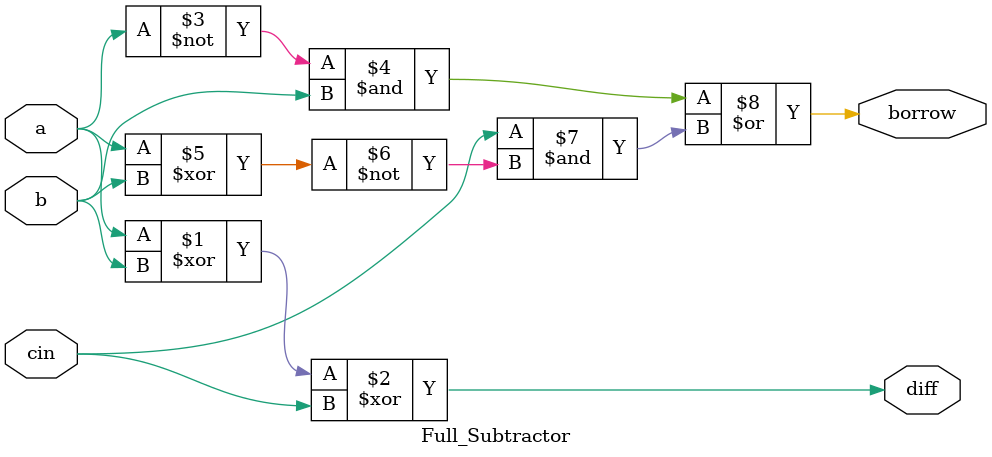
<source format=v>
`timescale 1ns / 1ps


module Full_Subtractor(
input a, 
input b,
input cin,
output diff,
output borrow
 );
 assign diff = a^b^cin;
 assign borrow = (((~a)&b) | cin&(~(a^b)));
endmodule

</source>
